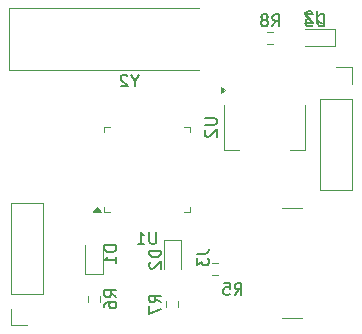
<source format=gbr>
%TF.GenerationSoftware,KiCad,Pcbnew,9.0.7*%
%TF.CreationDate,2026-02-19T00:10:07+05:30*%
%TF.ProjectId,breakout_board,62726561-6b6f-4757-945f-626f6172642e,rev?*%
%TF.SameCoordinates,Original*%
%TF.FileFunction,Legend,Bot*%
%TF.FilePolarity,Positive*%
%FSLAX46Y46*%
G04 Gerber Fmt 4.6, Leading zero omitted, Abs format (unit mm)*
G04 Created by KiCad (PCBNEW 9.0.7) date 2026-02-19 00:10:07*
%MOMM*%
%LPD*%
G01*
G04 APERTURE LIST*
%ADD10C,0.150000*%
%ADD11C,0.120000*%
G04 APERTURE END LIST*
D10*
X146465594Y-67112219D02*
X146465594Y-66112219D01*
X146465594Y-66112219D02*
X146227499Y-66112219D01*
X146227499Y-66112219D02*
X146084642Y-66159838D01*
X146084642Y-66159838D02*
X145989404Y-66255076D01*
X145989404Y-66255076D02*
X145941785Y-66350314D01*
X145941785Y-66350314D02*
X145894166Y-66540790D01*
X145894166Y-66540790D02*
X145894166Y-66683647D01*
X145894166Y-66683647D02*
X145941785Y-66874123D01*
X145941785Y-66874123D02*
X145989404Y-66969361D01*
X145989404Y-66969361D02*
X146084642Y-67064600D01*
X146084642Y-67064600D02*
X146227499Y-67112219D01*
X146227499Y-67112219D02*
X146465594Y-67112219D01*
X145560832Y-66112219D02*
X144941785Y-66112219D01*
X144941785Y-66112219D02*
X145275118Y-66493171D01*
X145275118Y-66493171D02*
X145132261Y-66493171D01*
X145132261Y-66493171D02*
X145037023Y-66540790D01*
X145037023Y-66540790D02*
X144989404Y-66588409D01*
X144989404Y-66588409D02*
X144941785Y-66683647D01*
X144941785Y-66683647D02*
X144941785Y-66921742D01*
X144941785Y-66921742D02*
X144989404Y-67016980D01*
X144989404Y-67016980D02*
X145037023Y-67064600D01*
X145037023Y-67064600D02*
X145132261Y-67112219D01*
X145132261Y-67112219D02*
X145417975Y-67112219D01*
X145417975Y-67112219D02*
X145513213Y-67064600D01*
X145513213Y-67064600D02*
X145560832Y-67016980D01*
X128910219Y-85670805D02*
X127910219Y-85670805D01*
X127910219Y-85670805D02*
X127910219Y-85908900D01*
X127910219Y-85908900D02*
X127957838Y-86051757D01*
X127957838Y-86051757D02*
X128053076Y-86146995D01*
X128053076Y-86146995D02*
X128148314Y-86194614D01*
X128148314Y-86194614D02*
X128338790Y-86242233D01*
X128338790Y-86242233D02*
X128481647Y-86242233D01*
X128481647Y-86242233D02*
X128672123Y-86194614D01*
X128672123Y-86194614D02*
X128767361Y-86146995D01*
X128767361Y-86146995D02*
X128862600Y-86051757D01*
X128862600Y-86051757D02*
X128910219Y-85908900D01*
X128910219Y-85908900D02*
X128910219Y-85670805D01*
X128910219Y-87194614D02*
X128910219Y-86623186D01*
X128910219Y-86908900D02*
X127910219Y-86908900D01*
X127910219Y-86908900D02*
X128053076Y-86813662D01*
X128053076Y-86813662D02*
X128148314Y-86718424D01*
X128148314Y-86718424D02*
X128195933Y-86623186D01*
X136407419Y-74904695D02*
X137216942Y-74904695D01*
X137216942Y-74904695D02*
X137312180Y-74952314D01*
X137312180Y-74952314D02*
X137359800Y-74999933D01*
X137359800Y-74999933D02*
X137407419Y-75095171D01*
X137407419Y-75095171D02*
X137407419Y-75285647D01*
X137407419Y-75285647D02*
X137359800Y-75380885D01*
X137359800Y-75380885D02*
X137312180Y-75428504D01*
X137312180Y-75428504D02*
X137216942Y-75476123D01*
X137216942Y-75476123D02*
X136407419Y-75476123D01*
X136502657Y-75904695D02*
X136455038Y-75952314D01*
X136455038Y-75952314D02*
X136407419Y-76047552D01*
X136407419Y-76047552D02*
X136407419Y-76285647D01*
X136407419Y-76285647D02*
X136455038Y-76380885D01*
X136455038Y-76380885D02*
X136502657Y-76428504D01*
X136502657Y-76428504D02*
X136597895Y-76476123D01*
X136597895Y-76476123D02*
X136693133Y-76476123D01*
X136693133Y-76476123D02*
X136835990Y-76428504D01*
X136835990Y-76428504D02*
X137407419Y-75857076D01*
X137407419Y-75857076D02*
X137407419Y-76476123D01*
X132679619Y-90504683D02*
X132203428Y-90171350D01*
X132679619Y-89933255D02*
X131679619Y-89933255D01*
X131679619Y-89933255D02*
X131679619Y-90314207D01*
X131679619Y-90314207D02*
X131727238Y-90409445D01*
X131727238Y-90409445D02*
X131774857Y-90457064D01*
X131774857Y-90457064D02*
X131870095Y-90504683D01*
X131870095Y-90504683D02*
X132012952Y-90504683D01*
X132012952Y-90504683D02*
X132108190Y-90457064D01*
X132108190Y-90457064D02*
X132155809Y-90409445D01*
X132155809Y-90409445D02*
X132203428Y-90314207D01*
X132203428Y-90314207D02*
X132203428Y-89933255D01*
X131679619Y-90838017D02*
X131679619Y-91504683D01*
X131679619Y-91504683D02*
X132679619Y-91076112D01*
X145926133Y-65832619D02*
X145926133Y-66546904D01*
X145926133Y-66546904D02*
X145973752Y-66689761D01*
X145973752Y-66689761D02*
X146068990Y-66785000D01*
X146068990Y-66785000D02*
X146211847Y-66832619D01*
X146211847Y-66832619D02*
X146307085Y-66832619D01*
X145497561Y-65927857D02*
X145449942Y-65880238D01*
X145449942Y-65880238D02*
X145354704Y-65832619D01*
X145354704Y-65832619D02*
X145116609Y-65832619D01*
X145116609Y-65832619D02*
X145021371Y-65880238D01*
X145021371Y-65880238D02*
X144973752Y-65927857D01*
X144973752Y-65927857D02*
X144926133Y-66023095D01*
X144926133Y-66023095D02*
X144926133Y-66118333D01*
X144926133Y-66118333D02*
X144973752Y-66261190D01*
X144973752Y-66261190D02*
X145545180Y-66832619D01*
X145545180Y-66832619D02*
X144926133Y-66832619D01*
X130467290Y-71727628D02*
X130467290Y-72203819D01*
X130800623Y-71203819D02*
X130467290Y-71727628D01*
X130467290Y-71727628D02*
X130133957Y-71203819D01*
X129848242Y-71299057D02*
X129800623Y-71251438D01*
X129800623Y-71251438D02*
X129705385Y-71203819D01*
X129705385Y-71203819D02*
X129467290Y-71203819D01*
X129467290Y-71203819D02*
X129372052Y-71251438D01*
X129372052Y-71251438D02*
X129324433Y-71299057D01*
X129324433Y-71299057D02*
X129276814Y-71394295D01*
X129276814Y-71394295D02*
X129276814Y-71489533D01*
X129276814Y-71489533D02*
X129324433Y-71632390D01*
X129324433Y-71632390D02*
X129895861Y-72203819D01*
X129895861Y-72203819D02*
X129276814Y-72203819D01*
X128910219Y-90052233D02*
X128434028Y-89718900D01*
X128910219Y-89480805D02*
X127910219Y-89480805D01*
X127910219Y-89480805D02*
X127910219Y-89861757D01*
X127910219Y-89861757D02*
X127957838Y-89956995D01*
X127957838Y-89956995D02*
X128005457Y-90004614D01*
X128005457Y-90004614D02*
X128100695Y-90052233D01*
X128100695Y-90052233D02*
X128243552Y-90052233D01*
X128243552Y-90052233D02*
X128338790Y-90004614D01*
X128338790Y-90004614D02*
X128386409Y-89956995D01*
X128386409Y-89956995D02*
X128434028Y-89861757D01*
X128434028Y-89861757D02*
X128434028Y-89480805D01*
X127910219Y-90909376D02*
X127910219Y-90718900D01*
X127910219Y-90718900D02*
X127957838Y-90623662D01*
X127957838Y-90623662D02*
X128005457Y-90576043D01*
X128005457Y-90576043D02*
X128148314Y-90480805D01*
X128148314Y-90480805D02*
X128338790Y-90433186D01*
X128338790Y-90433186D02*
X128719742Y-90433186D01*
X128719742Y-90433186D02*
X128814980Y-90480805D01*
X128814980Y-90480805D02*
X128862600Y-90528424D01*
X128862600Y-90528424D02*
X128910219Y-90623662D01*
X128910219Y-90623662D02*
X128910219Y-90814138D01*
X128910219Y-90814138D02*
X128862600Y-90909376D01*
X128862600Y-90909376D02*
X128814980Y-90956995D01*
X128814980Y-90956995D02*
X128719742Y-91004614D01*
X128719742Y-91004614D02*
X128481647Y-91004614D01*
X128481647Y-91004614D02*
X128386409Y-90956995D01*
X128386409Y-90956995D02*
X128338790Y-90909376D01*
X128338790Y-90909376D02*
X128291171Y-90814138D01*
X128291171Y-90814138D02*
X128291171Y-90623662D01*
X128291171Y-90623662D02*
X128338790Y-90528424D01*
X128338790Y-90528424D02*
X128386409Y-90480805D01*
X128386409Y-90480805D02*
X128481647Y-90433186D01*
X132283104Y-84527419D02*
X132283104Y-85336942D01*
X132283104Y-85336942D02*
X132235485Y-85432180D01*
X132235485Y-85432180D02*
X132187866Y-85479800D01*
X132187866Y-85479800D02*
X132092628Y-85527419D01*
X132092628Y-85527419D02*
X131902152Y-85527419D01*
X131902152Y-85527419D02*
X131806914Y-85479800D01*
X131806914Y-85479800D02*
X131759295Y-85432180D01*
X131759295Y-85432180D02*
X131711676Y-85336942D01*
X131711676Y-85336942D02*
X131711676Y-84527419D01*
X130711676Y-85527419D02*
X131283104Y-85527419D01*
X130997390Y-85527419D02*
X130997390Y-84527419D01*
X130997390Y-84527419D02*
X131092628Y-84670276D01*
X131092628Y-84670276D02*
X131187866Y-84765514D01*
X131187866Y-84765514D02*
X131283104Y-84813133D01*
X132679619Y-86123255D02*
X131679619Y-86123255D01*
X131679619Y-86123255D02*
X131679619Y-86361350D01*
X131679619Y-86361350D02*
X131727238Y-86504207D01*
X131727238Y-86504207D02*
X131822476Y-86599445D01*
X131822476Y-86599445D02*
X131917714Y-86647064D01*
X131917714Y-86647064D02*
X132108190Y-86694683D01*
X132108190Y-86694683D02*
X132251047Y-86694683D01*
X132251047Y-86694683D02*
X132441523Y-86647064D01*
X132441523Y-86647064D02*
X132536761Y-86599445D01*
X132536761Y-86599445D02*
X132632000Y-86504207D01*
X132632000Y-86504207D02*
X132679619Y-86361350D01*
X132679619Y-86361350D02*
X132679619Y-86123255D01*
X131774857Y-87075636D02*
X131727238Y-87123255D01*
X131727238Y-87123255D02*
X131679619Y-87218493D01*
X131679619Y-87218493D02*
X131679619Y-87456588D01*
X131679619Y-87456588D02*
X131727238Y-87551826D01*
X131727238Y-87551826D02*
X131774857Y-87599445D01*
X131774857Y-87599445D02*
X131870095Y-87647064D01*
X131870095Y-87647064D02*
X131965333Y-87647064D01*
X131965333Y-87647064D02*
X132108190Y-87599445D01*
X132108190Y-87599445D02*
X132679619Y-87028017D01*
X132679619Y-87028017D02*
X132679619Y-87647064D01*
X142129166Y-67122219D02*
X142462499Y-66646028D01*
X142700594Y-67122219D02*
X142700594Y-66122219D01*
X142700594Y-66122219D02*
X142319642Y-66122219D01*
X142319642Y-66122219D02*
X142224404Y-66169838D01*
X142224404Y-66169838D02*
X142176785Y-66217457D01*
X142176785Y-66217457D02*
X142129166Y-66312695D01*
X142129166Y-66312695D02*
X142129166Y-66455552D01*
X142129166Y-66455552D02*
X142176785Y-66550790D01*
X142176785Y-66550790D02*
X142224404Y-66598409D01*
X142224404Y-66598409D02*
X142319642Y-66646028D01*
X142319642Y-66646028D02*
X142700594Y-66646028D01*
X141557737Y-66550790D02*
X141652975Y-66503171D01*
X141652975Y-66503171D02*
X141700594Y-66455552D01*
X141700594Y-66455552D02*
X141748213Y-66360314D01*
X141748213Y-66360314D02*
X141748213Y-66312695D01*
X141748213Y-66312695D02*
X141700594Y-66217457D01*
X141700594Y-66217457D02*
X141652975Y-66169838D01*
X141652975Y-66169838D02*
X141557737Y-66122219D01*
X141557737Y-66122219D02*
X141367261Y-66122219D01*
X141367261Y-66122219D02*
X141272023Y-66169838D01*
X141272023Y-66169838D02*
X141224404Y-66217457D01*
X141224404Y-66217457D02*
X141176785Y-66312695D01*
X141176785Y-66312695D02*
X141176785Y-66360314D01*
X141176785Y-66360314D02*
X141224404Y-66455552D01*
X141224404Y-66455552D02*
X141272023Y-66503171D01*
X141272023Y-66503171D02*
X141367261Y-66550790D01*
X141367261Y-66550790D02*
X141557737Y-66550790D01*
X141557737Y-66550790D02*
X141652975Y-66598409D01*
X141652975Y-66598409D02*
X141700594Y-66646028D01*
X141700594Y-66646028D02*
X141748213Y-66741266D01*
X141748213Y-66741266D02*
X141748213Y-66931742D01*
X141748213Y-66931742D02*
X141700594Y-67026980D01*
X141700594Y-67026980D02*
X141652975Y-67074600D01*
X141652975Y-67074600D02*
X141557737Y-67122219D01*
X141557737Y-67122219D02*
X141367261Y-67122219D01*
X141367261Y-67122219D02*
X141272023Y-67074600D01*
X141272023Y-67074600D02*
X141224404Y-67026980D01*
X141224404Y-67026980D02*
X141176785Y-66931742D01*
X141176785Y-66931742D02*
X141176785Y-66741266D01*
X141176785Y-66741266D02*
X141224404Y-66646028D01*
X141224404Y-66646028D02*
X141272023Y-66598409D01*
X141272023Y-66598409D02*
X141367261Y-66550790D01*
X138926866Y-89855219D02*
X139260199Y-89379028D01*
X139498294Y-89855219D02*
X139498294Y-88855219D01*
X139498294Y-88855219D02*
X139117342Y-88855219D01*
X139117342Y-88855219D02*
X139022104Y-88902838D01*
X139022104Y-88902838D02*
X138974485Y-88950457D01*
X138974485Y-88950457D02*
X138926866Y-89045695D01*
X138926866Y-89045695D02*
X138926866Y-89188552D01*
X138926866Y-89188552D02*
X138974485Y-89283790D01*
X138974485Y-89283790D02*
X139022104Y-89331409D01*
X139022104Y-89331409D02*
X139117342Y-89379028D01*
X139117342Y-89379028D02*
X139498294Y-89379028D01*
X138022104Y-88855219D02*
X138498294Y-88855219D01*
X138498294Y-88855219D02*
X138545913Y-89331409D01*
X138545913Y-89331409D02*
X138498294Y-89283790D01*
X138498294Y-89283790D02*
X138403056Y-89236171D01*
X138403056Y-89236171D02*
X138164961Y-89236171D01*
X138164961Y-89236171D02*
X138069723Y-89283790D01*
X138069723Y-89283790D02*
X138022104Y-89331409D01*
X138022104Y-89331409D02*
X137974485Y-89426647D01*
X137974485Y-89426647D02*
X137974485Y-89664742D01*
X137974485Y-89664742D02*
X138022104Y-89759980D01*
X138022104Y-89759980D02*
X138069723Y-89807600D01*
X138069723Y-89807600D02*
X138164961Y-89855219D01*
X138164961Y-89855219D02*
X138403056Y-89855219D01*
X138403056Y-89855219D02*
X138498294Y-89807600D01*
X138498294Y-89807600D02*
X138545913Y-89759980D01*
X135747719Y-86369566D02*
X136462004Y-86369566D01*
X136462004Y-86369566D02*
X136604861Y-86321947D01*
X136604861Y-86321947D02*
X136700100Y-86226709D01*
X136700100Y-86226709D02*
X136747719Y-86083852D01*
X136747719Y-86083852D02*
X136747719Y-85988614D01*
X135747719Y-86750519D02*
X135747719Y-87369566D01*
X135747719Y-87369566D02*
X136128671Y-87036233D01*
X136128671Y-87036233D02*
X136128671Y-87179090D01*
X136128671Y-87179090D02*
X136176290Y-87274328D01*
X136176290Y-87274328D02*
X136223909Y-87321947D01*
X136223909Y-87321947D02*
X136319147Y-87369566D01*
X136319147Y-87369566D02*
X136557242Y-87369566D01*
X136557242Y-87369566D02*
X136652480Y-87321947D01*
X136652480Y-87321947D02*
X136700100Y-87274328D01*
X136700100Y-87274328D02*
X136747719Y-87179090D01*
X136747719Y-87179090D02*
X136747719Y-86893376D01*
X136747719Y-86893376D02*
X136700100Y-86798138D01*
X136700100Y-86798138D02*
X136652480Y-86750519D01*
D11*
%TO.C,D3*%
X144927500Y-67352400D02*
X147387500Y-67352400D01*
X147387500Y-67352400D02*
X147387500Y-68822400D01*
X147387500Y-68822400D02*
X144927500Y-68822400D01*
%TO.C,D1*%
X126290400Y-88068900D02*
X126290400Y-85608900D01*
X127760400Y-85608900D02*
X127760400Y-88068900D01*
X127760400Y-88068900D02*
X126290400Y-88068900D01*
%TO.C,U2*%
X138042600Y-73816600D02*
X138042600Y-77576600D01*
X138042600Y-77576600D02*
X139302600Y-77576600D01*
X144862600Y-73816600D02*
X144862600Y-77576600D01*
X144862600Y-77576600D02*
X143602600Y-77576600D01*
X138142600Y-72536600D02*
X137812600Y-72776600D01*
X137812600Y-72296600D01*
X138142600Y-72536600D01*
G36*
X138142600Y-72536600D02*
G01*
X137812600Y-72776600D01*
X137812600Y-72296600D01*
X138142600Y-72536600D01*
G37*
%TO.C,R7*%
X133132300Y-90416626D02*
X133132300Y-90926074D01*
X134177300Y-90416626D02*
X134177300Y-90926074D01*
%TO.C,J1*%
X119955800Y-82059000D02*
X122715800Y-82059000D01*
X119955800Y-89789000D02*
X119955800Y-82059000D01*
X119955800Y-89789000D02*
X122715800Y-89789000D01*
X119955800Y-91059000D02*
X119955800Y-92439000D01*
X119955800Y-92439000D02*
X121335800Y-92439000D01*
X122715800Y-89789000D02*
X122715800Y-82059000D01*
%TO.C,J2*%
X146143200Y-73253600D02*
X146143200Y-80983600D01*
X148903200Y-70603600D02*
X147523200Y-70603600D01*
X148903200Y-71983600D02*
X148903200Y-70603600D01*
X148903200Y-73253600D02*
X146143200Y-73253600D01*
X148903200Y-73253600D02*
X148903200Y-80983600D01*
X148903200Y-80983600D02*
X146143200Y-80983600D01*
%TO.C,Y2*%
X119856100Y-65589000D02*
X135951100Y-65589000D01*
X119856100Y-70809000D02*
X119856100Y-65589000D01*
X135951100Y-70809000D02*
X119856100Y-70809000D01*
%TO.C,R6*%
X126502900Y-90473624D02*
X126502900Y-89964176D01*
X127547900Y-90473624D02*
X127547900Y-89964176D01*
%TO.C,U1*%
X127911200Y-75612600D02*
X127911200Y-76062600D01*
X127911200Y-82382600D02*
X127911200Y-82832600D01*
X127911200Y-82832600D02*
X128361200Y-82832600D01*
X128361200Y-75612600D02*
X127911200Y-75612600D01*
X134681200Y-82832600D02*
X135131200Y-82832600D01*
X135131200Y-75612600D02*
X134681200Y-75612600D01*
X135131200Y-76062600D02*
X135131200Y-75612600D01*
X135131200Y-82832600D02*
X135131200Y-82382600D01*
X127611200Y-82852600D02*
X126931200Y-82852600D01*
X127271200Y-82382600D01*
X127611200Y-82852600D01*
G36*
X127611200Y-82852600D02*
G01*
X126931200Y-82852600D01*
X127271200Y-82382600D01*
X127611200Y-82852600D01*
G37*
%TO.C,D2*%
X132919800Y-85201350D02*
X134389800Y-85201350D01*
X132919800Y-87661350D02*
X132919800Y-85201350D01*
X134389800Y-85201350D02*
X134389800Y-87661350D01*
%TO.C,R8*%
X142217224Y-67574900D02*
X141707776Y-67574900D01*
X142217224Y-68619900D02*
X141707776Y-68619900D01*
%TO.C,R5*%
X137541724Y-87132900D02*
X137032276Y-87132900D01*
X137541724Y-88177900D02*
X137032276Y-88177900D01*
%TO.C,J3*%
X144629200Y-82477400D02*
X142929200Y-82477400D01*
X144629200Y-91817400D02*
X142929200Y-91817400D01*
%TD*%
M02*

</source>
